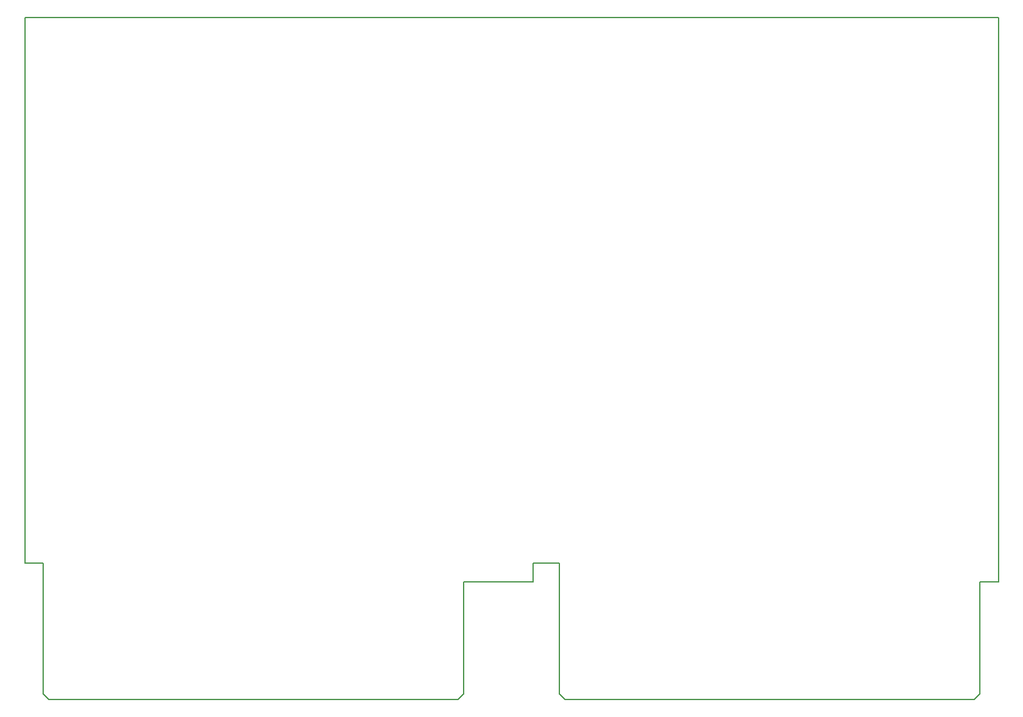
<source format=gm1>
G04 #@! TF.GenerationSoftware,KiCad,Pcbnew,8.0.4-rc2*
G04 #@! TF.CreationDate,2024-08-04T20:31:53-05:00*
G04 #@! TF.ProjectId,backplane_tracer_v5,6261636b-706c-4616-9e65-5f7472616365,rev?*
G04 #@! TF.SameCoordinates,Original*
G04 #@! TF.FileFunction,Profile,NP*
%FSLAX46Y46*%
G04 Gerber Fmt 4.6, Leading zero omitted, Abs format (unit mm)*
G04 Created by KiCad (PCBNEW 8.0.4-rc2) date 2024-08-04 20:31:53*
%MOMM*%
%LPD*%
G01*
G04 APERTURE LIST*
G04 #@! TA.AperFunction,Profile*
%ADD10C,0.127000*%
G04 #@! TD*
G04 APERTURE END LIST*
D10*
X228600000Y-136321800D02*
X228600000Y-212725000D01*
X225298000Y-228600000D02*
X226060000Y-227838000D01*
X169164000Y-227838000D02*
X169926000Y-228600000D01*
X165608000Y-212725000D02*
X165608000Y-210185000D01*
X96850200Y-136321800D02*
X96850200Y-210185000D01*
X226060000Y-212725000D02*
X226060000Y-227838000D01*
X228600000Y-136321800D02*
X96850200Y-136321800D01*
X156210000Y-212725000D02*
X156210000Y-227838000D01*
X228600000Y-212725000D02*
X226060000Y-212725000D01*
X99314000Y-210185000D02*
X99314000Y-227838000D01*
X155448000Y-228600000D02*
X156210000Y-227838000D01*
X99314000Y-210185000D02*
X96850200Y-210185000D01*
X169164000Y-210185000D02*
X165608000Y-210185000D01*
X165608000Y-212725000D02*
X156210000Y-212725000D01*
X155448000Y-228600000D02*
X100076000Y-228600000D01*
X169164000Y-210185000D02*
X169164000Y-227838000D01*
X99314000Y-227838000D02*
X100076000Y-228600000D01*
X225298000Y-228600000D02*
X169926000Y-228600000D01*
M02*

</source>
